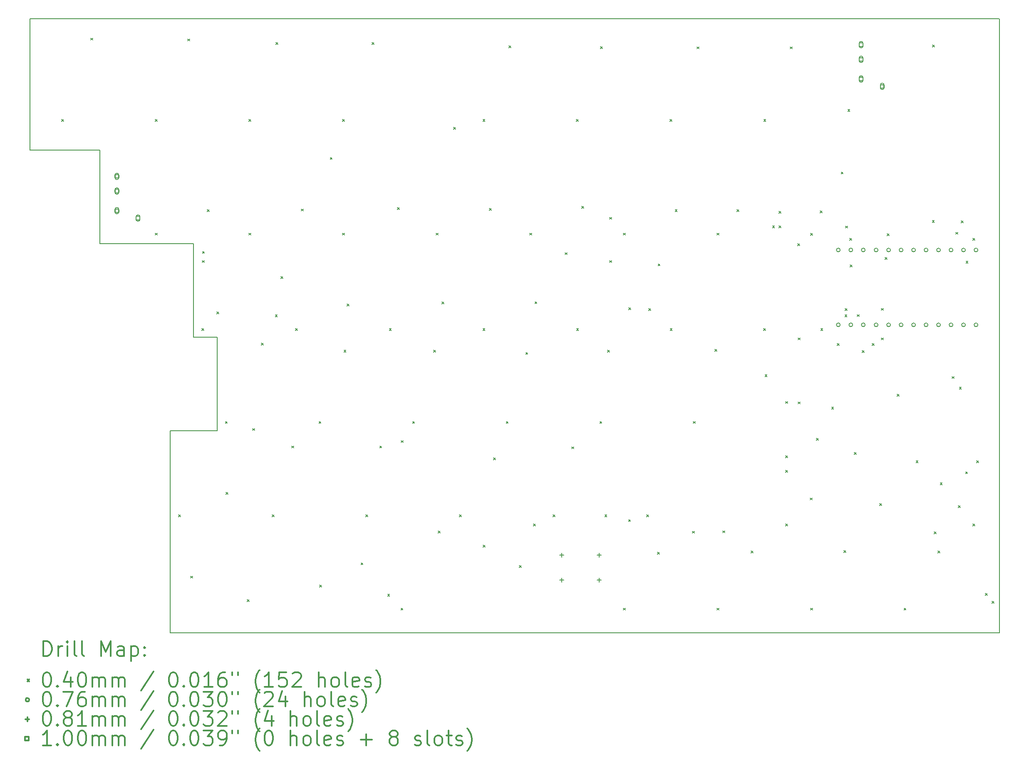
<source format=gbr>
%FSLAX45Y45*%
G04 Gerber Fmt 4.5, Leading zero omitted, Abs format (unit mm)*
G04 Created by KiCad (PCBNEW (5.0.2)-1) date 2019/02/16 22:06:02*
%MOMM*%
%LPD*%
G01*
G04 APERTURE LIST*
%ADD10C,0.150000*%
%ADD11C,0.200000*%
%ADD12C,0.300000*%
G04 APERTURE END LIST*
D10*
X18942750Y-2597000D02*
X18942750Y-5278250D01*
D11*
X22276500Y-9088250D02*
X22752750Y-9088250D01*
D10*
X22276500Y-7183250D02*
X22276500Y-9088250D01*
D11*
X21800250Y-10993000D02*
X22752750Y-10993000D01*
X18942750Y-5278250D02*
X20371500Y-5278250D01*
X18942750Y-2597000D02*
X38668000Y-2597000D01*
D10*
X20371500Y-5278250D02*
X20371500Y-7183250D01*
D11*
X21800250Y-15102000D02*
X38670000Y-15102000D01*
D10*
X21800250Y-10993250D02*
X21800250Y-15103250D01*
X38670000Y-2597000D02*
X38670000Y-15102000D01*
X22752750Y-9088250D02*
X22752750Y-10993250D01*
D11*
X20371500Y-7183250D02*
X22276500Y-7183250D01*
D11*
X19589000Y-4647000D02*
X19629000Y-4687000D01*
X19629000Y-4647000D02*
X19589000Y-4687000D01*
X20181000Y-2995000D02*
X20221000Y-3035000D01*
X20221000Y-2995000D02*
X20181000Y-3035000D01*
X21494000Y-4647000D02*
X21534000Y-4687000D01*
X21534000Y-4647000D02*
X21494000Y-4687000D01*
X21494000Y-6966000D02*
X21534000Y-7006000D01*
X21534000Y-6966000D02*
X21494000Y-7006000D01*
X21967000Y-12702000D02*
X22007000Y-12742000D01*
X22007000Y-12702000D02*
X21967000Y-12742000D01*
X22155000Y-3012000D02*
X22195000Y-3052000D01*
X22195000Y-3012000D02*
X22155000Y-3052000D01*
X22213000Y-13951000D02*
X22253000Y-13991000D01*
X22253000Y-13951000D02*
X22213000Y-13991000D01*
X22446000Y-8907000D02*
X22486000Y-8947000D01*
X22486000Y-8907000D02*
X22446000Y-8947000D01*
X22453000Y-7524000D02*
X22493000Y-7564000D01*
X22493000Y-7524000D02*
X22453000Y-7564000D01*
X22457000Y-7337000D02*
X22497000Y-7377000D01*
X22497000Y-7337000D02*
X22457000Y-7377000D01*
X22553000Y-6485000D02*
X22593000Y-6525000D01*
X22593000Y-6485000D02*
X22553000Y-6525000D01*
X22746000Y-8570000D02*
X22786000Y-8610000D01*
X22786000Y-8570000D02*
X22746000Y-8610000D01*
X22923000Y-10801000D02*
X22963000Y-10841000D01*
X22963000Y-10801000D02*
X22923000Y-10841000D01*
X22935000Y-12247000D02*
X22975000Y-12287000D01*
X22975000Y-12247000D02*
X22935000Y-12287000D01*
X23369000Y-14431000D02*
X23409000Y-14471000D01*
X23409000Y-14431000D02*
X23369000Y-14471000D01*
X23399000Y-4647000D02*
X23439000Y-4687000D01*
X23439000Y-4647000D02*
X23399000Y-4687000D01*
X23399000Y-6966000D02*
X23439000Y-7006000D01*
X23439000Y-6966000D02*
X23399000Y-7006000D01*
X23479000Y-10945000D02*
X23519000Y-10985000D01*
X23519000Y-10945000D02*
X23479000Y-10985000D01*
X23652000Y-9202000D02*
X23692000Y-9242000D01*
X23692000Y-9202000D02*
X23652000Y-9242000D01*
X23875000Y-12702000D02*
X23915000Y-12742000D01*
X23915000Y-12702000D02*
X23875000Y-12742000D01*
X23937000Y-8628000D02*
X23977000Y-8668000D01*
X23977000Y-8628000D02*
X23937000Y-8668000D01*
X23952000Y-3082000D02*
X23992000Y-3122000D01*
X23992000Y-3082000D02*
X23952000Y-3122000D01*
X24050000Y-7852000D02*
X24090000Y-7892000D01*
X24090000Y-7852000D02*
X24050000Y-7892000D01*
X24272000Y-11300000D02*
X24312000Y-11340000D01*
X24312000Y-11300000D02*
X24272000Y-11340000D01*
X24350000Y-8907000D02*
X24390000Y-8947000D01*
X24390000Y-8907000D02*
X24350000Y-8947000D01*
X24468000Y-6473000D02*
X24508000Y-6513000D01*
X24508000Y-6473000D02*
X24468000Y-6513000D01*
X24827000Y-10801000D02*
X24867000Y-10841000D01*
X24867000Y-10801000D02*
X24827000Y-10841000D01*
X24840000Y-14135000D02*
X24880000Y-14175000D01*
X24880000Y-14135000D02*
X24840000Y-14175000D01*
X25055000Y-5424000D02*
X25095000Y-5464000D01*
X25095000Y-5424000D02*
X25055000Y-5464000D01*
X25303000Y-4647000D02*
X25343000Y-4687000D01*
X25343000Y-4647000D02*
X25303000Y-4687000D01*
X25304000Y-6966000D02*
X25344000Y-7006000D01*
X25344000Y-6966000D02*
X25304000Y-7006000D01*
X25336000Y-9350000D02*
X25376000Y-9390000D01*
X25376000Y-9350000D02*
X25336000Y-9390000D01*
X25398000Y-8408000D02*
X25438000Y-8448000D01*
X25438000Y-8408000D02*
X25398000Y-8448000D01*
X25681000Y-13680000D02*
X25721000Y-13720000D01*
X25721000Y-13680000D02*
X25681000Y-13720000D01*
X25781000Y-12702000D02*
X25821000Y-12742000D01*
X25821000Y-12702000D02*
X25781000Y-12742000D01*
X25906000Y-3086000D02*
X25946000Y-3126000D01*
X25946000Y-3086000D02*
X25906000Y-3126000D01*
X26064000Y-11300000D02*
X26104000Y-11340000D01*
X26104000Y-11300000D02*
X26064000Y-11340000D01*
X26224000Y-14317000D02*
X26264000Y-14357000D01*
X26264000Y-14317000D02*
X26224000Y-14357000D01*
X26257000Y-8907000D02*
X26297000Y-8947000D01*
X26297000Y-8907000D02*
X26257000Y-8947000D01*
X26422000Y-6447000D02*
X26462000Y-6487000D01*
X26462000Y-6447000D02*
X26422000Y-6487000D01*
X26495000Y-14603000D02*
X26535000Y-14643000D01*
X26535000Y-14603000D02*
X26495000Y-14643000D01*
X26499000Y-11189000D02*
X26539000Y-11229000D01*
X26539000Y-11189000D02*
X26499000Y-11229000D01*
X26732000Y-10801000D02*
X26772000Y-10841000D01*
X26772000Y-10801000D02*
X26732000Y-10841000D01*
X27157000Y-9350000D02*
X27197000Y-9390000D01*
X27197000Y-9350000D02*
X27157000Y-9390000D01*
X27209000Y-6966000D02*
X27249000Y-7006000D01*
X27249000Y-6966000D02*
X27209000Y-7006000D01*
X27252000Y-13031000D02*
X27292000Y-13071000D01*
X27292000Y-13031000D02*
X27252000Y-13071000D01*
X27329000Y-8369000D02*
X27369000Y-8409000D01*
X27369000Y-8369000D02*
X27329000Y-8409000D01*
X27569000Y-4808000D02*
X27609000Y-4848000D01*
X27609000Y-4808000D02*
X27569000Y-4848000D01*
X27687000Y-12702000D02*
X27727000Y-12742000D01*
X27727000Y-12702000D02*
X27687000Y-12742000D01*
X28162000Y-4647000D02*
X28202000Y-4687000D01*
X28202000Y-4647000D02*
X28162000Y-4687000D01*
X28162000Y-8907000D02*
X28202000Y-8947000D01*
X28202000Y-8907000D02*
X28162000Y-8947000D01*
X28169000Y-13321000D02*
X28209000Y-13361000D01*
X28209000Y-13321000D02*
X28169000Y-13361000D01*
X28297000Y-6464000D02*
X28337000Y-6504000D01*
X28337000Y-6464000D02*
X28297000Y-6504000D01*
X28380000Y-11544000D02*
X28420000Y-11584000D01*
X28420000Y-11544000D02*
X28380000Y-11584000D01*
X28636000Y-10801000D02*
X28676000Y-10841000D01*
X28676000Y-10801000D02*
X28636000Y-10841000D01*
X28690000Y-3151000D02*
X28730000Y-3191000D01*
X28730000Y-3151000D02*
X28690000Y-3191000D01*
X28905000Y-13737000D02*
X28945000Y-13777000D01*
X28945000Y-13737000D02*
X28905000Y-13777000D01*
X29035000Y-9396000D02*
X29075000Y-9436000D01*
X29075000Y-9396000D02*
X29035000Y-9436000D01*
X29114000Y-6966000D02*
X29154000Y-7006000D01*
X29154000Y-6966000D02*
X29114000Y-7006000D01*
X29191000Y-12885000D02*
X29231000Y-12925000D01*
X29231000Y-12885000D02*
X29191000Y-12925000D01*
X29222000Y-8363000D02*
X29262000Y-8403000D01*
X29262000Y-8363000D02*
X29222000Y-8403000D01*
X29589000Y-12702000D02*
X29629000Y-12742000D01*
X29629000Y-12702000D02*
X29589000Y-12742000D01*
X29836000Y-7363000D02*
X29876000Y-7403000D01*
X29876000Y-7363000D02*
X29836000Y-7403000D01*
X29971000Y-11317000D02*
X30011000Y-11357000D01*
X30011000Y-11317000D02*
X29971000Y-11357000D01*
X30066000Y-4647000D02*
X30106000Y-4687000D01*
X30106000Y-4647000D02*
X30066000Y-4687000D01*
X30067000Y-8907000D02*
X30107000Y-8947000D01*
X30107000Y-8907000D02*
X30067000Y-8947000D01*
X30173000Y-6421000D02*
X30213000Y-6461000D01*
X30213000Y-6421000D02*
X30173000Y-6461000D01*
X30543000Y-10801000D02*
X30583000Y-10841000D01*
X30583000Y-10801000D02*
X30543000Y-10841000D01*
X30554000Y-3169000D02*
X30594000Y-3209000D01*
X30594000Y-3169000D02*
X30554000Y-3209000D01*
X30643000Y-12702000D02*
X30683000Y-12742000D01*
X30683000Y-12702000D02*
X30643000Y-12742000D01*
X30697000Y-9350000D02*
X30737000Y-9390000D01*
X30737000Y-9350000D02*
X30697000Y-9390000D01*
X30738000Y-6644000D02*
X30778000Y-6684000D01*
X30778000Y-6644000D02*
X30738000Y-6684000D01*
X30743000Y-7523000D02*
X30783000Y-7563000D01*
X30783000Y-7523000D02*
X30743000Y-7563000D01*
X31018000Y-14603000D02*
X31058000Y-14643000D01*
X31058000Y-14603000D02*
X31018000Y-14643000D01*
X31019000Y-6966000D02*
X31059000Y-7006000D01*
X31059000Y-6966000D02*
X31019000Y-7006000D01*
X31127000Y-12799000D02*
X31167000Y-12839000D01*
X31167000Y-12799000D02*
X31127000Y-12839000D01*
X31132000Y-8487000D02*
X31172000Y-8527000D01*
X31172000Y-8487000D02*
X31132000Y-8527000D01*
X31494000Y-12702000D02*
X31534000Y-12742000D01*
X31534000Y-12702000D02*
X31494000Y-12742000D01*
X31535000Y-8499000D02*
X31575000Y-8539000D01*
X31575000Y-8499000D02*
X31535000Y-8539000D01*
X31714000Y-13464000D02*
X31754000Y-13504000D01*
X31754000Y-13464000D02*
X31714000Y-13504000D01*
X31727000Y-7592000D02*
X31767000Y-7632000D01*
X31767000Y-7592000D02*
X31727000Y-7632000D01*
X31971000Y-4647000D02*
X32011000Y-4687000D01*
X32011000Y-4647000D02*
X31971000Y-4687000D01*
X31972000Y-8907000D02*
X32012000Y-8947000D01*
X32012000Y-8907000D02*
X31972000Y-8947000D01*
X32074000Y-6484000D02*
X32114000Y-6524000D01*
X32114000Y-6484000D02*
X32074000Y-6524000D01*
X32423000Y-13036000D02*
X32463000Y-13076000D01*
X32463000Y-13036000D02*
X32423000Y-13076000D01*
X32441000Y-10801000D02*
X32481000Y-10841000D01*
X32481000Y-10801000D02*
X32441000Y-10841000D01*
X32521000Y-3173000D02*
X32561000Y-3213000D01*
X32561000Y-3173000D02*
X32521000Y-3213000D01*
X32883000Y-9331000D02*
X32923000Y-9371000D01*
X32923000Y-9331000D02*
X32883000Y-9371000D01*
X32923000Y-14603000D02*
X32963000Y-14643000D01*
X32963000Y-14603000D02*
X32923000Y-14643000D01*
X32924000Y-6966000D02*
X32964000Y-7006000D01*
X32964000Y-6966000D02*
X32924000Y-7006000D01*
X33043000Y-13028000D02*
X33083000Y-13068000D01*
X33083000Y-13028000D02*
X33043000Y-13068000D01*
X33333000Y-6484000D02*
X33373000Y-6524000D01*
X33373000Y-6484000D02*
X33333000Y-6524000D01*
X33617000Y-13437000D02*
X33657000Y-13477000D01*
X33657000Y-13437000D02*
X33617000Y-13477000D01*
X33876000Y-8907000D02*
X33916000Y-8947000D01*
X33916000Y-8907000D02*
X33876000Y-8947000D01*
X33877000Y-4647000D02*
X33917000Y-4687000D01*
X33917000Y-4647000D02*
X33877000Y-4687000D01*
X33904000Y-9849000D02*
X33944000Y-9889000D01*
X33944000Y-9849000D02*
X33904000Y-9889000D01*
X34055000Y-6818000D02*
X34095000Y-6858000D01*
X34095000Y-6818000D02*
X34055000Y-6858000D01*
X34186000Y-6523000D02*
X34226000Y-6563000D01*
X34226000Y-6523000D02*
X34186000Y-6563000D01*
X34186000Y-6818000D02*
X34226000Y-6858000D01*
X34226000Y-6818000D02*
X34186000Y-6858000D01*
X34321000Y-10393000D02*
X34361000Y-10433000D01*
X34361000Y-10393000D02*
X34321000Y-10433000D01*
X34323000Y-11498000D02*
X34363000Y-11538000D01*
X34363000Y-11498000D02*
X34323000Y-11538000D01*
X34323000Y-11793000D02*
X34363000Y-11833000D01*
X34363000Y-11793000D02*
X34323000Y-11833000D01*
X34324000Y-12885000D02*
X34364000Y-12925000D01*
X34364000Y-12885000D02*
X34324000Y-12925000D01*
X34416000Y-3173000D02*
X34456000Y-3213000D01*
X34456000Y-3173000D02*
X34416000Y-3213000D01*
X34565000Y-7182000D02*
X34605000Y-7222000D01*
X34605000Y-7182000D02*
X34565000Y-7222000D01*
X34578000Y-9099000D02*
X34618000Y-9139000D01*
X34618000Y-9099000D02*
X34578000Y-9139000D01*
X34578000Y-10403000D02*
X34618000Y-10443000D01*
X34618000Y-10403000D02*
X34578000Y-10443000D01*
X34820000Y-12359000D02*
X34860000Y-12399000D01*
X34860000Y-12359000D02*
X34820000Y-12399000D01*
X34829000Y-6969000D02*
X34869000Y-7009000D01*
X34869000Y-6969000D02*
X34829000Y-7009000D01*
X34829000Y-14603000D02*
X34869000Y-14643000D01*
X34869000Y-14603000D02*
X34829000Y-14643000D01*
X34946000Y-11142000D02*
X34986000Y-11182000D01*
X34986000Y-11142000D02*
X34946000Y-11182000D01*
X35024000Y-6515000D02*
X35064000Y-6555000D01*
X35064000Y-6515000D02*
X35024000Y-6555000D01*
X35038000Y-8907000D02*
X35078000Y-8947000D01*
X35078000Y-8907000D02*
X35038000Y-8947000D01*
X35259000Y-10507000D02*
X35299000Y-10547000D01*
X35299000Y-10507000D02*
X35259000Y-10547000D01*
X35373000Y-9211000D02*
X35413000Y-9251000D01*
X35413000Y-9211000D02*
X35373000Y-9251000D01*
X35452000Y-5721000D02*
X35492000Y-5761000D01*
X35492000Y-5721000D02*
X35452000Y-5761000D01*
X35509000Y-13431000D02*
X35549000Y-13471000D01*
X35549000Y-13431000D02*
X35509000Y-13471000D01*
X35528000Y-8628000D02*
X35568000Y-8668000D01*
X35568000Y-8628000D02*
X35528000Y-8668000D01*
X35533000Y-8499000D02*
X35573000Y-8539000D01*
X35573000Y-8499000D02*
X35533000Y-8539000D01*
X35542000Y-6820000D02*
X35582000Y-6860000D01*
X35582000Y-6820000D02*
X35542000Y-6860000D01*
X35589000Y-4445000D02*
X35629000Y-4485000D01*
X35629000Y-4445000D02*
X35589000Y-4485000D01*
X35628000Y-7072000D02*
X35668000Y-7112000D01*
X35668000Y-7072000D02*
X35628000Y-7112000D01*
X35633000Y-7611000D02*
X35673000Y-7651000D01*
X35673000Y-7611000D02*
X35633000Y-7651000D01*
X35717000Y-11429000D02*
X35757000Y-11469000D01*
X35757000Y-11429000D02*
X35717000Y-11469000D01*
X35777000Y-8625000D02*
X35817000Y-8665000D01*
X35817000Y-8625000D02*
X35777000Y-8665000D01*
X35881000Y-9354000D02*
X35921000Y-9394000D01*
X35921000Y-9354000D02*
X35881000Y-9394000D01*
X36082000Y-9215000D02*
X36122000Y-9255000D01*
X36122000Y-9215000D02*
X36082000Y-9255000D01*
X36233000Y-12471000D02*
X36273000Y-12511000D01*
X36273000Y-12471000D02*
X36233000Y-12511000D01*
X36270000Y-8497000D02*
X36310000Y-8537000D01*
X36310000Y-8497000D02*
X36270000Y-8537000D01*
X36270000Y-9099000D02*
X36310000Y-9139000D01*
X36310000Y-9099000D02*
X36270000Y-9139000D01*
X36343000Y-7463000D02*
X36383000Y-7503000D01*
X36383000Y-7463000D02*
X36343000Y-7503000D01*
X36391000Y-6976000D02*
X36431000Y-7016000D01*
X36431000Y-6976000D02*
X36391000Y-7016000D01*
X36592000Y-10245000D02*
X36632000Y-10285000D01*
X36632000Y-10245000D02*
X36592000Y-10285000D01*
X36732000Y-14603000D02*
X36772000Y-14643000D01*
X36772000Y-14603000D02*
X36732000Y-14643000D01*
X36977000Y-11603000D02*
X37017000Y-11643000D01*
X37017000Y-11603000D02*
X36977000Y-11643000D01*
X37307000Y-6704000D02*
X37347000Y-6744000D01*
X37347000Y-6704000D02*
X37307000Y-6744000D01*
X37312000Y-3135000D02*
X37352000Y-3175000D01*
X37352000Y-3135000D02*
X37312000Y-3175000D01*
X37346000Y-13051000D02*
X37386000Y-13091000D01*
X37386000Y-13051000D02*
X37346000Y-13091000D01*
X37423000Y-13438000D02*
X37463000Y-13478000D01*
X37463000Y-13438000D02*
X37423000Y-13478000D01*
X37468000Y-12048000D02*
X37508000Y-12088000D01*
X37508000Y-12048000D02*
X37468000Y-12088000D01*
X37706000Y-9886000D02*
X37746000Y-9926000D01*
X37746000Y-9886000D02*
X37706000Y-9926000D01*
X37788000Y-6948000D02*
X37828000Y-6988000D01*
X37828000Y-6948000D02*
X37788000Y-6988000D01*
X37835000Y-12517000D02*
X37875000Y-12557000D01*
X37875000Y-12517000D02*
X37835000Y-12557000D01*
X37857000Y-10101000D02*
X37897000Y-10141000D01*
X37897000Y-10101000D02*
X37857000Y-10141000D01*
X37897000Y-6714000D02*
X37937000Y-6754000D01*
X37937000Y-6714000D02*
X37897000Y-6754000D01*
X37985000Y-11824000D02*
X38025000Y-11864000D01*
X38025000Y-11824000D02*
X37985000Y-11864000D01*
X37993280Y-7533500D02*
X38033280Y-7573500D01*
X38033280Y-7533500D02*
X37993280Y-7573500D01*
X38130000Y-7070000D02*
X38170000Y-7110000D01*
X38170000Y-7070000D02*
X38130000Y-7110000D01*
X38130000Y-12885000D02*
X38170000Y-12925000D01*
X38170000Y-12885000D02*
X38130000Y-12925000D01*
X38206000Y-11603000D02*
X38246000Y-11643000D01*
X38246000Y-11603000D02*
X38206000Y-11643000D01*
X38387000Y-14302000D02*
X38427000Y-14342000D01*
X38427000Y-14302000D02*
X38387000Y-14342000D01*
X38523000Y-14464000D02*
X38563000Y-14504000D01*
X38563000Y-14464000D02*
X38523000Y-14504000D01*
X35432100Y-7309000D02*
G75*
G03X35432100Y-7309000I-38100J0D01*
G01*
X35432100Y-8833000D02*
G75*
G03X35432100Y-8833000I-38100J0D01*
G01*
X35686100Y-7309000D02*
G75*
G03X35686100Y-7309000I-38100J0D01*
G01*
X35686100Y-8833000D02*
G75*
G03X35686100Y-8833000I-38100J0D01*
G01*
X35940100Y-7309000D02*
G75*
G03X35940100Y-7309000I-38100J0D01*
G01*
X35940100Y-8833000D02*
G75*
G03X35940100Y-8833000I-38100J0D01*
G01*
X36201100Y-7309000D02*
G75*
G03X36201100Y-7309000I-38100J0D01*
G01*
X36201100Y-8833000D02*
G75*
G03X36201100Y-8833000I-38100J0D01*
G01*
X36455100Y-7309000D02*
G75*
G03X36455100Y-7309000I-38100J0D01*
G01*
X36455100Y-8833000D02*
G75*
G03X36455100Y-8833000I-38100J0D01*
G01*
X36709100Y-7309000D02*
G75*
G03X36709100Y-7309000I-38100J0D01*
G01*
X36709100Y-8833000D02*
G75*
G03X36709100Y-8833000I-38100J0D01*
G01*
X36963100Y-7309000D02*
G75*
G03X36963100Y-7309000I-38100J0D01*
G01*
X36963100Y-8833000D02*
G75*
G03X36963100Y-8833000I-38100J0D01*
G01*
X37217100Y-7309000D02*
G75*
G03X37217100Y-7309000I-38100J0D01*
G01*
X37217100Y-8833000D02*
G75*
G03X37217100Y-8833000I-38100J0D01*
G01*
X37471100Y-7309000D02*
G75*
G03X37471100Y-7309000I-38100J0D01*
G01*
X37471100Y-8833000D02*
G75*
G03X37471100Y-8833000I-38100J0D01*
G01*
X37725100Y-7309000D02*
G75*
G03X37725100Y-7309000I-38100J0D01*
G01*
X37725100Y-8833000D02*
G75*
G03X37725100Y-8833000I-38100J0D01*
G01*
X37979100Y-7309000D02*
G75*
G03X37979100Y-7309000I-38100J0D01*
G01*
X37979100Y-8833000D02*
G75*
G03X37979100Y-8833000I-38100J0D01*
G01*
X38233100Y-7309000D02*
G75*
G03X38233100Y-7309000I-38100J0D01*
G01*
X38233100Y-8833000D02*
G75*
G03X38233100Y-8833000I-38100J0D01*
G01*
X29766000Y-13480360D02*
X29766000Y-13561640D01*
X29725360Y-13521000D02*
X29806640Y-13521000D01*
X29766000Y-13988360D02*
X29766000Y-14069640D01*
X29725360Y-14029000D02*
X29806640Y-14029000D01*
X30528000Y-13480360D02*
X30528000Y-13561640D01*
X30487360Y-13521000D02*
X30568640Y-13521000D01*
X30528000Y-13988360D02*
X30528000Y-14069640D01*
X30487360Y-14029000D02*
X30568640Y-14029000D01*
X35893356Y-3162356D02*
X35893356Y-3091644D01*
X35822644Y-3091644D01*
X35822644Y-3162356D01*
X35893356Y-3162356D01*
X35818000Y-3102000D02*
X35818000Y-3152000D01*
X35898000Y-3102000D02*
X35898000Y-3152000D01*
X35818000Y-3152000D02*
G75*
G03X35898000Y-3152000I40000J0D01*
G01*
X35898000Y-3102000D02*
G75*
G03X35818000Y-3102000I-40000J0D01*
G01*
X35893356Y-3462356D02*
X35893356Y-3391644D01*
X35822644Y-3391644D01*
X35822644Y-3462356D01*
X35893356Y-3462356D01*
X35818000Y-3402000D02*
X35818000Y-3452000D01*
X35898000Y-3402000D02*
X35898000Y-3452000D01*
X35818000Y-3452000D02*
G75*
G03X35898000Y-3452000I40000J0D01*
G01*
X35898000Y-3402000D02*
G75*
G03X35818000Y-3402000I-40000J0D01*
G01*
X35893356Y-3862356D02*
X35893356Y-3791644D01*
X35822644Y-3791644D01*
X35822644Y-3862356D01*
X35893356Y-3862356D01*
X35818000Y-3802000D02*
X35818000Y-3852000D01*
X35898000Y-3802000D02*
X35898000Y-3852000D01*
X35818000Y-3852000D02*
G75*
G03X35898000Y-3852000I40000J0D01*
G01*
X35898000Y-3802000D02*
G75*
G03X35818000Y-3802000I-40000J0D01*
G01*
X36323356Y-4012356D02*
X36323356Y-3941644D01*
X36252644Y-3941644D01*
X36252644Y-4012356D01*
X36323356Y-4012356D01*
X36248000Y-3952000D02*
X36248000Y-4002000D01*
X36328000Y-3952000D02*
X36328000Y-4002000D01*
X36248000Y-4002000D02*
G75*
G03X36328000Y-4002000I40000J0D01*
G01*
X36328000Y-3952000D02*
G75*
G03X36248000Y-3952000I-40000J0D01*
G01*
X20749356Y-5844356D02*
X20749356Y-5773644D01*
X20678644Y-5773644D01*
X20678644Y-5844356D01*
X20749356Y-5844356D01*
X20674000Y-5784000D02*
X20674000Y-5834000D01*
X20754000Y-5784000D02*
X20754000Y-5834000D01*
X20674000Y-5834000D02*
G75*
G03X20754000Y-5834000I40000J0D01*
G01*
X20754000Y-5784000D02*
G75*
G03X20674000Y-5784000I-40000J0D01*
G01*
X20749356Y-6144356D02*
X20749356Y-6073644D01*
X20678644Y-6073644D01*
X20678644Y-6144356D01*
X20749356Y-6144356D01*
X20674000Y-6084000D02*
X20674000Y-6134000D01*
X20754000Y-6084000D02*
X20754000Y-6134000D01*
X20674000Y-6134000D02*
G75*
G03X20754000Y-6134000I40000J0D01*
G01*
X20754000Y-6084000D02*
G75*
G03X20674000Y-6084000I-40000J0D01*
G01*
X20749356Y-6544356D02*
X20749356Y-6473644D01*
X20678644Y-6473644D01*
X20678644Y-6544356D01*
X20749356Y-6544356D01*
X20674000Y-6484000D02*
X20674000Y-6534000D01*
X20754000Y-6484000D02*
X20754000Y-6534000D01*
X20674000Y-6534000D02*
G75*
G03X20754000Y-6534000I40000J0D01*
G01*
X20754000Y-6484000D02*
G75*
G03X20674000Y-6484000I-40000J0D01*
G01*
X21179356Y-6694356D02*
X21179356Y-6623644D01*
X21108644Y-6623644D01*
X21108644Y-6694356D01*
X21179356Y-6694356D01*
X21104000Y-6634000D02*
X21104000Y-6684000D01*
X21184000Y-6634000D02*
X21184000Y-6684000D01*
X21104000Y-6684000D02*
G75*
G03X21184000Y-6684000I40000J0D01*
G01*
X21184000Y-6634000D02*
G75*
G03X21104000Y-6634000I-40000J0D01*
G01*
D12*
X19219178Y-15577714D02*
X19219178Y-15277714D01*
X19290607Y-15277714D01*
X19333464Y-15292000D01*
X19362036Y-15320571D01*
X19376321Y-15349143D01*
X19390607Y-15406286D01*
X19390607Y-15449143D01*
X19376321Y-15506286D01*
X19362036Y-15534857D01*
X19333464Y-15563429D01*
X19290607Y-15577714D01*
X19219178Y-15577714D01*
X19519178Y-15577714D02*
X19519178Y-15377714D01*
X19519178Y-15434857D02*
X19533464Y-15406286D01*
X19547750Y-15392000D01*
X19576321Y-15377714D01*
X19604893Y-15377714D01*
X19704893Y-15577714D02*
X19704893Y-15377714D01*
X19704893Y-15277714D02*
X19690607Y-15292000D01*
X19704893Y-15306286D01*
X19719178Y-15292000D01*
X19704893Y-15277714D01*
X19704893Y-15306286D01*
X19890607Y-15577714D02*
X19862036Y-15563429D01*
X19847750Y-15534857D01*
X19847750Y-15277714D01*
X20047750Y-15577714D02*
X20019178Y-15563429D01*
X20004893Y-15534857D01*
X20004893Y-15277714D01*
X20390607Y-15577714D02*
X20390607Y-15277714D01*
X20490607Y-15492000D01*
X20590607Y-15277714D01*
X20590607Y-15577714D01*
X20862036Y-15577714D02*
X20862036Y-15420571D01*
X20847750Y-15392000D01*
X20819178Y-15377714D01*
X20762036Y-15377714D01*
X20733464Y-15392000D01*
X20862036Y-15563429D02*
X20833464Y-15577714D01*
X20762036Y-15577714D01*
X20733464Y-15563429D01*
X20719178Y-15534857D01*
X20719178Y-15506286D01*
X20733464Y-15477714D01*
X20762036Y-15463429D01*
X20833464Y-15463429D01*
X20862036Y-15449143D01*
X21004893Y-15377714D02*
X21004893Y-15677714D01*
X21004893Y-15392000D02*
X21033464Y-15377714D01*
X21090607Y-15377714D01*
X21119178Y-15392000D01*
X21133464Y-15406286D01*
X21147750Y-15434857D01*
X21147750Y-15520571D01*
X21133464Y-15549143D01*
X21119178Y-15563429D01*
X21090607Y-15577714D01*
X21033464Y-15577714D01*
X21004893Y-15563429D01*
X21276321Y-15549143D02*
X21290607Y-15563429D01*
X21276321Y-15577714D01*
X21262036Y-15563429D01*
X21276321Y-15549143D01*
X21276321Y-15577714D01*
X21276321Y-15392000D02*
X21290607Y-15406286D01*
X21276321Y-15420571D01*
X21262036Y-15406286D01*
X21276321Y-15392000D01*
X21276321Y-15420571D01*
X18892750Y-16052000D02*
X18932750Y-16092000D01*
X18932750Y-16052000D02*
X18892750Y-16092000D01*
X19276321Y-15907714D02*
X19304893Y-15907714D01*
X19333464Y-15922000D01*
X19347750Y-15936286D01*
X19362036Y-15964857D01*
X19376321Y-16022000D01*
X19376321Y-16093429D01*
X19362036Y-16150571D01*
X19347750Y-16179143D01*
X19333464Y-16193429D01*
X19304893Y-16207714D01*
X19276321Y-16207714D01*
X19247750Y-16193429D01*
X19233464Y-16179143D01*
X19219178Y-16150571D01*
X19204893Y-16093429D01*
X19204893Y-16022000D01*
X19219178Y-15964857D01*
X19233464Y-15936286D01*
X19247750Y-15922000D01*
X19276321Y-15907714D01*
X19504893Y-16179143D02*
X19519178Y-16193429D01*
X19504893Y-16207714D01*
X19490607Y-16193429D01*
X19504893Y-16179143D01*
X19504893Y-16207714D01*
X19776321Y-16007714D02*
X19776321Y-16207714D01*
X19704893Y-15893429D02*
X19633464Y-16107714D01*
X19819178Y-16107714D01*
X19990607Y-15907714D02*
X20019178Y-15907714D01*
X20047750Y-15922000D01*
X20062036Y-15936286D01*
X20076321Y-15964857D01*
X20090607Y-16022000D01*
X20090607Y-16093429D01*
X20076321Y-16150571D01*
X20062036Y-16179143D01*
X20047750Y-16193429D01*
X20019178Y-16207714D01*
X19990607Y-16207714D01*
X19962036Y-16193429D01*
X19947750Y-16179143D01*
X19933464Y-16150571D01*
X19919178Y-16093429D01*
X19919178Y-16022000D01*
X19933464Y-15964857D01*
X19947750Y-15936286D01*
X19962036Y-15922000D01*
X19990607Y-15907714D01*
X20219178Y-16207714D02*
X20219178Y-16007714D01*
X20219178Y-16036286D02*
X20233464Y-16022000D01*
X20262036Y-16007714D01*
X20304893Y-16007714D01*
X20333464Y-16022000D01*
X20347750Y-16050571D01*
X20347750Y-16207714D01*
X20347750Y-16050571D02*
X20362036Y-16022000D01*
X20390607Y-16007714D01*
X20433464Y-16007714D01*
X20462036Y-16022000D01*
X20476321Y-16050571D01*
X20476321Y-16207714D01*
X20619178Y-16207714D02*
X20619178Y-16007714D01*
X20619178Y-16036286D02*
X20633464Y-16022000D01*
X20662036Y-16007714D01*
X20704893Y-16007714D01*
X20733464Y-16022000D01*
X20747750Y-16050571D01*
X20747750Y-16207714D01*
X20747750Y-16050571D02*
X20762036Y-16022000D01*
X20790607Y-16007714D01*
X20833464Y-16007714D01*
X20862036Y-16022000D01*
X20876321Y-16050571D01*
X20876321Y-16207714D01*
X21462036Y-15893429D02*
X21204893Y-16279143D01*
X21847750Y-15907714D02*
X21876321Y-15907714D01*
X21904893Y-15922000D01*
X21919178Y-15936286D01*
X21933464Y-15964857D01*
X21947750Y-16022000D01*
X21947750Y-16093429D01*
X21933464Y-16150571D01*
X21919178Y-16179143D01*
X21904893Y-16193429D01*
X21876321Y-16207714D01*
X21847750Y-16207714D01*
X21819178Y-16193429D01*
X21804893Y-16179143D01*
X21790607Y-16150571D01*
X21776321Y-16093429D01*
X21776321Y-16022000D01*
X21790607Y-15964857D01*
X21804893Y-15936286D01*
X21819178Y-15922000D01*
X21847750Y-15907714D01*
X22076321Y-16179143D02*
X22090607Y-16193429D01*
X22076321Y-16207714D01*
X22062036Y-16193429D01*
X22076321Y-16179143D01*
X22076321Y-16207714D01*
X22276321Y-15907714D02*
X22304893Y-15907714D01*
X22333464Y-15922000D01*
X22347750Y-15936286D01*
X22362036Y-15964857D01*
X22376321Y-16022000D01*
X22376321Y-16093429D01*
X22362036Y-16150571D01*
X22347750Y-16179143D01*
X22333464Y-16193429D01*
X22304893Y-16207714D01*
X22276321Y-16207714D01*
X22247750Y-16193429D01*
X22233464Y-16179143D01*
X22219178Y-16150571D01*
X22204893Y-16093429D01*
X22204893Y-16022000D01*
X22219178Y-15964857D01*
X22233464Y-15936286D01*
X22247750Y-15922000D01*
X22276321Y-15907714D01*
X22662036Y-16207714D02*
X22490607Y-16207714D01*
X22576321Y-16207714D02*
X22576321Y-15907714D01*
X22547750Y-15950571D01*
X22519178Y-15979143D01*
X22490607Y-15993429D01*
X22919178Y-15907714D02*
X22862036Y-15907714D01*
X22833464Y-15922000D01*
X22819178Y-15936286D01*
X22790607Y-15979143D01*
X22776321Y-16036286D01*
X22776321Y-16150571D01*
X22790607Y-16179143D01*
X22804893Y-16193429D01*
X22833464Y-16207714D01*
X22890607Y-16207714D01*
X22919178Y-16193429D01*
X22933464Y-16179143D01*
X22947750Y-16150571D01*
X22947750Y-16079143D01*
X22933464Y-16050571D01*
X22919178Y-16036286D01*
X22890607Y-16022000D01*
X22833464Y-16022000D01*
X22804893Y-16036286D01*
X22790607Y-16050571D01*
X22776321Y-16079143D01*
X23062036Y-15907714D02*
X23062036Y-15964857D01*
X23176321Y-15907714D02*
X23176321Y-15964857D01*
X23619178Y-16322000D02*
X23604893Y-16307714D01*
X23576321Y-16264857D01*
X23562036Y-16236286D01*
X23547750Y-16193429D01*
X23533464Y-16122000D01*
X23533464Y-16064857D01*
X23547750Y-15993429D01*
X23562036Y-15950571D01*
X23576321Y-15922000D01*
X23604893Y-15879143D01*
X23619178Y-15864857D01*
X23890607Y-16207714D02*
X23719178Y-16207714D01*
X23804893Y-16207714D02*
X23804893Y-15907714D01*
X23776321Y-15950571D01*
X23747750Y-15979143D01*
X23719178Y-15993429D01*
X24162036Y-15907714D02*
X24019178Y-15907714D01*
X24004893Y-16050571D01*
X24019178Y-16036286D01*
X24047750Y-16022000D01*
X24119178Y-16022000D01*
X24147750Y-16036286D01*
X24162036Y-16050571D01*
X24176321Y-16079143D01*
X24176321Y-16150571D01*
X24162036Y-16179143D01*
X24147750Y-16193429D01*
X24119178Y-16207714D01*
X24047750Y-16207714D01*
X24019178Y-16193429D01*
X24004893Y-16179143D01*
X24290607Y-15936286D02*
X24304893Y-15922000D01*
X24333464Y-15907714D01*
X24404893Y-15907714D01*
X24433464Y-15922000D01*
X24447750Y-15936286D01*
X24462036Y-15964857D01*
X24462036Y-15993429D01*
X24447750Y-16036286D01*
X24276321Y-16207714D01*
X24462036Y-16207714D01*
X24819178Y-16207714D02*
X24819178Y-15907714D01*
X24947750Y-16207714D02*
X24947750Y-16050571D01*
X24933464Y-16022000D01*
X24904893Y-16007714D01*
X24862036Y-16007714D01*
X24833464Y-16022000D01*
X24819178Y-16036286D01*
X25133464Y-16207714D02*
X25104893Y-16193429D01*
X25090607Y-16179143D01*
X25076321Y-16150571D01*
X25076321Y-16064857D01*
X25090607Y-16036286D01*
X25104893Y-16022000D01*
X25133464Y-16007714D01*
X25176321Y-16007714D01*
X25204893Y-16022000D01*
X25219178Y-16036286D01*
X25233464Y-16064857D01*
X25233464Y-16150571D01*
X25219178Y-16179143D01*
X25204893Y-16193429D01*
X25176321Y-16207714D01*
X25133464Y-16207714D01*
X25404893Y-16207714D02*
X25376321Y-16193429D01*
X25362036Y-16164857D01*
X25362036Y-15907714D01*
X25633464Y-16193429D02*
X25604893Y-16207714D01*
X25547750Y-16207714D01*
X25519178Y-16193429D01*
X25504893Y-16164857D01*
X25504893Y-16050571D01*
X25519178Y-16022000D01*
X25547750Y-16007714D01*
X25604893Y-16007714D01*
X25633464Y-16022000D01*
X25647750Y-16050571D01*
X25647750Y-16079143D01*
X25504893Y-16107714D01*
X25762036Y-16193429D02*
X25790607Y-16207714D01*
X25847750Y-16207714D01*
X25876321Y-16193429D01*
X25890607Y-16164857D01*
X25890607Y-16150571D01*
X25876321Y-16122000D01*
X25847750Y-16107714D01*
X25804893Y-16107714D01*
X25776321Y-16093429D01*
X25762036Y-16064857D01*
X25762036Y-16050571D01*
X25776321Y-16022000D01*
X25804893Y-16007714D01*
X25847750Y-16007714D01*
X25876321Y-16022000D01*
X25990607Y-16322000D02*
X26004893Y-16307714D01*
X26033464Y-16264857D01*
X26047750Y-16236286D01*
X26062036Y-16193429D01*
X26076321Y-16122000D01*
X26076321Y-16064857D01*
X26062036Y-15993429D01*
X26047750Y-15950571D01*
X26033464Y-15922000D01*
X26004893Y-15879143D01*
X25990607Y-15864857D01*
X18932750Y-16468000D02*
G75*
G03X18932750Y-16468000I-38100J0D01*
G01*
X19276321Y-16303714D02*
X19304893Y-16303714D01*
X19333464Y-16318000D01*
X19347750Y-16332286D01*
X19362036Y-16360857D01*
X19376321Y-16418000D01*
X19376321Y-16489429D01*
X19362036Y-16546571D01*
X19347750Y-16575143D01*
X19333464Y-16589429D01*
X19304893Y-16603714D01*
X19276321Y-16603714D01*
X19247750Y-16589429D01*
X19233464Y-16575143D01*
X19219178Y-16546571D01*
X19204893Y-16489429D01*
X19204893Y-16418000D01*
X19219178Y-16360857D01*
X19233464Y-16332286D01*
X19247750Y-16318000D01*
X19276321Y-16303714D01*
X19504893Y-16575143D02*
X19519178Y-16589429D01*
X19504893Y-16603714D01*
X19490607Y-16589429D01*
X19504893Y-16575143D01*
X19504893Y-16603714D01*
X19619178Y-16303714D02*
X19819178Y-16303714D01*
X19690607Y-16603714D01*
X20062036Y-16303714D02*
X20004893Y-16303714D01*
X19976321Y-16318000D01*
X19962036Y-16332286D01*
X19933464Y-16375143D01*
X19919178Y-16432286D01*
X19919178Y-16546571D01*
X19933464Y-16575143D01*
X19947750Y-16589429D01*
X19976321Y-16603714D01*
X20033464Y-16603714D01*
X20062036Y-16589429D01*
X20076321Y-16575143D01*
X20090607Y-16546571D01*
X20090607Y-16475143D01*
X20076321Y-16446571D01*
X20062036Y-16432286D01*
X20033464Y-16418000D01*
X19976321Y-16418000D01*
X19947750Y-16432286D01*
X19933464Y-16446571D01*
X19919178Y-16475143D01*
X20219178Y-16603714D02*
X20219178Y-16403714D01*
X20219178Y-16432286D02*
X20233464Y-16418000D01*
X20262036Y-16403714D01*
X20304893Y-16403714D01*
X20333464Y-16418000D01*
X20347750Y-16446571D01*
X20347750Y-16603714D01*
X20347750Y-16446571D02*
X20362036Y-16418000D01*
X20390607Y-16403714D01*
X20433464Y-16403714D01*
X20462036Y-16418000D01*
X20476321Y-16446571D01*
X20476321Y-16603714D01*
X20619178Y-16603714D02*
X20619178Y-16403714D01*
X20619178Y-16432286D02*
X20633464Y-16418000D01*
X20662036Y-16403714D01*
X20704893Y-16403714D01*
X20733464Y-16418000D01*
X20747750Y-16446571D01*
X20747750Y-16603714D01*
X20747750Y-16446571D02*
X20762036Y-16418000D01*
X20790607Y-16403714D01*
X20833464Y-16403714D01*
X20862036Y-16418000D01*
X20876321Y-16446571D01*
X20876321Y-16603714D01*
X21462036Y-16289429D02*
X21204893Y-16675143D01*
X21847750Y-16303714D02*
X21876321Y-16303714D01*
X21904893Y-16318000D01*
X21919178Y-16332286D01*
X21933464Y-16360857D01*
X21947750Y-16418000D01*
X21947750Y-16489429D01*
X21933464Y-16546571D01*
X21919178Y-16575143D01*
X21904893Y-16589429D01*
X21876321Y-16603714D01*
X21847750Y-16603714D01*
X21819178Y-16589429D01*
X21804893Y-16575143D01*
X21790607Y-16546571D01*
X21776321Y-16489429D01*
X21776321Y-16418000D01*
X21790607Y-16360857D01*
X21804893Y-16332286D01*
X21819178Y-16318000D01*
X21847750Y-16303714D01*
X22076321Y-16575143D02*
X22090607Y-16589429D01*
X22076321Y-16603714D01*
X22062036Y-16589429D01*
X22076321Y-16575143D01*
X22076321Y-16603714D01*
X22276321Y-16303714D02*
X22304893Y-16303714D01*
X22333464Y-16318000D01*
X22347750Y-16332286D01*
X22362036Y-16360857D01*
X22376321Y-16418000D01*
X22376321Y-16489429D01*
X22362036Y-16546571D01*
X22347750Y-16575143D01*
X22333464Y-16589429D01*
X22304893Y-16603714D01*
X22276321Y-16603714D01*
X22247750Y-16589429D01*
X22233464Y-16575143D01*
X22219178Y-16546571D01*
X22204893Y-16489429D01*
X22204893Y-16418000D01*
X22219178Y-16360857D01*
X22233464Y-16332286D01*
X22247750Y-16318000D01*
X22276321Y-16303714D01*
X22476321Y-16303714D02*
X22662036Y-16303714D01*
X22562036Y-16418000D01*
X22604893Y-16418000D01*
X22633464Y-16432286D01*
X22647750Y-16446571D01*
X22662036Y-16475143D01*
X22662036Y-16546571D01*
X22647750Y-16575143D01*
X22633464Y-16589429D01*
X22604893Y-16603714D01*
X22519178Y-16603714D01*
X22490607Y-16589429D01*
X22476321Y-16575143D01*
X22847750Y-16303714D02*
X22876321Y-16303714D01*
X22904893Y-16318000D01*
X22919178Y-16332286D01*
X22933464Y-16360857D01*
X22947750Y-16418000D01*
X22947750Y-16489429D01*
X22933464Y-16546571D01*
X22919178Y-16575143D01*
X22904893Y-16589429D01*
X22876321Y-16603714D01*
X22847750Y-16603714D01*
X22819178Y-16589429D01*
X22804893Y-16575143D01*
X22790607Y-16546571D01*
X22776321Y-16489429D01*
X22776321Y-16418000D01*
X22790607Y-16360857D01*
X22804893Y-16332286D01*
X22819178Y-16318000D01*
X22847750Y-16303714D01*
X23062036Y-16303714D02*
X23062036Y-16360857D01*
X23176321Y-16303714D02*
X23176321Y-16360857D01*
X23619178Y-16718000D02*
X23604893Y-16703714D01*
X23576321Y-16660857D01*
X23562036Y-16632286D01*
X23547750Y-16589429D01*
X23533464Y-16518000D01*
X23533464Y-16460857D01*
X23547750Y-16389429D01*
X23562036Y-16346571D01*
X23576321Y-16318000D01*
X23604893Y-16275143D01*
X23619178Y-16260857D01*
X23719178Y-16332286D02*
X23733464Y-16318000D01*
X23762036Y-16303714D01*
X23833464Y-16303714D01*
X23862036Y-16318000D01*
X23876321Y-16332286D01*
X23890607Y-16360857D01*
X23890607Y-16389429D01*
X23876321Y-16432286D01*
X23704893Y-16603714D01*
X23890607Y-16603714D01*
X24147750Y-16403714D02*
X24147750Y-16603714D01*
X24076321Y-16289429D02*
X24004893Y-16503714D01*
X24190607Y-16503714D01*
X24533464Y-16603714D02*
X24533464Y-16303714D01*
X24662036Y-16603714D02*
X24662036Y-16446571D01*
X24647750Y-16418000D01*
X24619178Y-16403714D01*
X24576321Y-16403714D01*
X24547750Y-16418000D01*
X24533464Y-16432286D01*
X24847750Y-16603714D02*
X24819178Y-16589429D01*
X24804893Y-16575143D01*
X24790607Y-16546571D01*
X24790607Y-16460857D01*
X24804893Y-16432286D01*
X24819178Y-16418000D01*
X24847750Y-16403714D01*
X24890607Y-16403714D01*
X24919178Y-16418000D01*
X24933464Y-16432286D01*
X24947750Y-16460857D01*
X24947750Y-16546571D01*
X24933464Y-16575143D01*
X24919178Y-16589429D01*
X24890607Y-16603714D01*
X24847750Y-16603714D01*
X25119178Y-16603714D02*
X25090607Y-16589429D01*
X25076321Y-16560857D01*
X25076321Y-16303714D01*
X25347750Y-16589429D02*
X25319178Y-16603714D01*
X25262036Y-16603714D01*
X25233464Y-16589429D01*
X25219178Y-16560857D01*
X25219178Y-16446571D01*
X25233464Y-16418000D01*
X25262036Y-16403714D01*
X25319178Y-16403714D01*
X25347750Y-16418000D01*
X25362036Y-16446571D01*
X25362036Y-16475143D01*
X25219178Y-16503714D01*
X25476321Y-16589429D02*
X25504893Y-16603714D01*
X25562036Y-16603714D01*
X25590607Y-16589429D01*
X25604893Y-16560857D01*
X25604893Y-16546571D01*
X25590607Y-16518000D01*
X25562036Y-16503714D01*
X25519178Y-16503714D01*
X25490607Y-16489429D01*
X25476321Y-16460857D01*
X25476321Y-16446571D01*
X25490607Y-16418000D01*
X25519178Y-16403714D01*
X25562036Y-16403714D01*
X25590607Y-16418000D01*
X25704893Y-16718000D02*
X25719178Y-16703714D01*
X25747750Y-16660857D01*
X25762036Y-16632286D01*
X25776321Y-16589429D01*
X25790607Y-16518000D01*
X25790607Y-16460857D01*
X25776321Y-16389429D01*
X25762036Y-16346571D01*
X25747750Y-16318000D01*
X25719178Y-16275143D01*
X25704893Y-16260857D01*
X18892110Y-16823360D02*
X18892110Y-16904640D01*
X18851470Y-16864000D02*
X18932750Y-16864000D01*
X19276321Y-16699714D02*
X19304893Y-16699714D01*
X19333464Y-16714000D01*
X19347750Y-16728286D01*
X19362036Y-16756857D01*
X19376321Y-16814000D01*
X19376321Y-16885429D01*
X19362036Y-16942572D01*
X19347750Y-16971143D01*
X19333464Y-16985429D01*
X19304893Y-16999714D01*
X19276321Y-16999714D01*
X19247750Y-16985429D01*
X19233464Y-16971143D01*
X19219178Y-16942572D01*
X19204893Y-16885429D01*
X19204893Y-16814000D01*
X19219178Y-16756857D01*
X19233464Y-16728286D01*
X19247750Y-16714000D01*
X19276321Y-16699714D01*
X19504893Y-16971143D02*
X19519178Y-16985429D01*
X19504893Y-16999714D01*
X19490607Y-16985429D01*
X19504893Y-16971143D01*
X19504893Y-16999714D01*
X19690607Y-16828286D02*
X19662036Y-16814000D01*
X19647750Y-16799714D01*
X19633464Y-16771143D01*
X19633464Y-16756857D01*
X19647750Y-16728286D01*
X19662036Y-16714000D01*
X19690607Y-16699714D01*
X19747750Y-16699714D01*
X19776321Y-16714000D01*
X19790607Y-16728286D01*
X19804893Y-16756857D01*
X19804893Y-16771143D01*
X19790607Y-16799714D01*
X19776321Y-16814000D01*
X19747750Y-16828286D01*
X19690607Y-16828286D01*
X19662036Y-16842572D01*
X19647750Y-16856857D01*
X19633464Y-16885429D01*
X19633464Y-16942572D01*
X19647750Y-16971143D01*
X19662036Y-16985429D01*
X19690607Y-16999714D01*
X19747750Y-16999714D01*
X19776321Y-16985429D01*
X19790607Y-16971143D01*
X19804893Y-16942572D01*
X19804893Y-16885429D01*
X19790607Y-16856857D01*
X19776321Y-16842572D01*
X19747750Y-16828286D01*
X20090607Y-16999714D02*
X19919178Y-16999714D01*
X20004893Y-16999714D02*
X20004893Y-16699714D01*
X19976321Y-16742571D01*
X19947750Y-16771143D01*
X19919178Y-16785429D01*
X20219178Y-16999714D02*
X20219178Y-16799714D01*
X20219178Y-16828286D02*
X20233464Y-16814000D01*
X20262036Y-16799714D01*
X20304893Y-16799714D01*
X20333464Y-16814000D01*
X20347750Y-16842572D01*
X20347750Y-16999714D01*
X20347750Y-16842572D02*
X20362036Y-16814000D01*
X20390607Y-16799714D01*
X20433464Y-16799714D01*
X20462036Y-16814000D01*
X20476321Y-16842572D01*
X20476321Y-16999714D01*
X20619178Y-16999714D02*
X20619178Y-16799714D01*
X20619178Y-16828286D02*
X20633464Y-16814000D01*
X20662036Y-16799714D01*
X20704893Y-16799714D01*
X20733464Y-16814000D01*
X20747750Y-16842572D01*
X20747750Y-16999714D01*
X20747750Y-16842572D02*
X20762036Y-16814000D01*
X20790607Y-16799714D01*
X20833464Y-16799714D01*
X20862036Y-16814000D01*
X20876321Y-16842572D01*
X20876321Y-16999714D01*
X21462036Y-16685429D02*
X21204893Y-17071143D01*
X21847750Y-16699714D02*
X21876321Y-16699714D01*
X21904893Y-16714000D01*
X21919178Y-16728286D01*
X21933464Y-16756857D01*
X21947750Y-16814000D01*
X21947750Y-16885429D01*
X21933464Y-16942572D01*
X21919178Y-16971143D01*
X21904893Y-16985429D01*
X21876321Y-16999714D01*
X21847750Y-16999714D01*
X21819178Y-16985429D01*
X21804893Y-16971143D01*
X21790607Y-16942572D01*
X21776321Y-16885429D01*
X21776321Y-16814000D01*
X21790607Y-16756857D01*
X21804893Y-16728286D01*
X21819178Y-16714000D01*
X21847750Y-16699714D01*
X22076321Y-16971143D02*
X22090607Y-16985429D01*
X22076321Y-16999714D01*
X22062036Y-16985429D01*
X22076321Y-16971143D01*
X22076321Y-16999714D01*
X22276321Y-16699714D02*
X22304893Y-16699714D01*
X22333464Y-16714000D01*
X22347750Y-16728286D01*
X22362036Y-16756857D01*
X22376321Y-16814000D01*
X22376321Y-16885429D01*
X22362036Y-16942572D01*
X22347750Y-16971143D01*
X22333464Y-16985429D01*
X22304893Y-16999714D01*
X22276321Y-16999714D01*
X22247750Y-16985429D01*
X22233464Y-16971143D01*
X22219178Y-16942572D01*
X22204893Y-16885429D01*
X22204893Y-16814000D01*
X22219178Y-16756857D01*
X22233464Y-16728286D01*
X22247750Y-16714000D01*
X22276321Y-16699714D01*
X22476321Y-16699714D02*
X22662036Y-16699714D01*
X22562036Y-16814000D01*
X22604893Y-16814000D01*
X22633464Y-16828286D01*
X22647750Y-16842572D01*
X22662036Y-16871143D01*
X22662036Y-16942572D01*
X22647750Y-16971143D01*
X22633464Y-16985429D01*
X22604893Y-16999714D01*
X22519178Y-16999714D01*
X22490607Y-16985429D01*
X22476321Y-16971143D01*
X22776321Y-16728286D02*
X22790607Y-16714000D01*
X22819178Y-16699714D01*
X22890607Y-16699714D01*
X22919178Y-16714000D01*
X22933464Y-16728286D01*
X22947750Y-16756857D01*
X22947750Y-16785429D01*
X22933464Y-16828286D01*
X22762036Y-16999714D01*
X22947750Y-16999714D01*
X23062036Y-16699714D02*
X23062036Y-16756857D01*
X23176321Y-16699714D02*
X23176321Y-16756857D01*
X23619178Y-17114000D02*
X23604893Y-17099714D01*
X23576321Y-17056857D01*
X23562036Y-17028286D01*
X23547750Y-16985429D01*
X23533464Y-16914000D01*
X23533464Y-16856857D01*
X23547750Y-16785429D01*
X23562036Y-16742571D01*
X23576321Y-16714000D01*
X23604893Y-16671143D01*
X23619178Y-16656857D01*
X23862036Y-16799714D02*
X23862036Y-16999714D01*
X23790607Y-16685429D02*
X23719178Y-16899714D01*
X23904893Y-16899714D01*
X24247750Y-16999714D02*
X24247750Y-16699714D01*
X24376321Y-16999714D02*
X24376321Y-16842572D01*
X24362036Y-16814000D01*
X24333464Y-16799714D01*
X24290607Y-16799714D01*
X24262036Y-16814000D01*
X24247750Y-16828286D01*
X24562036Y-16999714D02*
X24533464Y-16985429D01*
X24519178Y-16971143D01*
X24504893Y-16942572D01*
X24504893Y-16856857D01*
X24519178Y-16828286D01*
X24533464Y-16814000D01*
X24562036Y-16799714D01*
X24604893Y-16799714D01*
X24633464Y-16814000D01*
X24647750Y-16828286D01*
X24662036Y-16856857D01*
X24662036Y-16942572D01*
X24647750Y-16971143D01*
X24633464Y-16985429D01*
X24604893Y-16999714D01*
X24562036Y-16999714D01*
X24833464Y-16999714D02*
X24804893Y-16985429D01*
X24790607Y-16956857D01*
X24790607Y-16699714D01*
X25062036Y-16985429D02*
X25033464Y-16999714D01*
X24976321Y-16999714D01*
X24947750Y-16985429D01*
X24933464Y-16956857D01*
X24933464Y-16842572D01*
X24947750Y-16814000D01*
X24976321Y-16799714D01*
X25033464Y-16799714D01*
X25062036Y-16814000D01*
X25076321Y-16842572D01*
X25076321Y-16871143D01*
X24933464Y-16899714D01*
X25190607Y-16985429D02*
X25219178Y-16999714D01*
X25276321Y-16999714D01*
X25304893Y-16985429D01*
X25319178Y-16956857D01*
X25319178Y-16942572D01*
X25304893Y-16914000D01*
X25276321Y-16899714D01*
X25233464Y-16899714D01*
X25204893Y-16885429D01*
X25190607Y-16856857D01*
X25190607Y-16842572D01*
X25204893Y-16814000D01*
X25233464Y-16799714D01*
X25276321Y-16799714D01*
X25304893Y-16814000D01*
X25419178Y-17114000D02*
X25433464Y-17099714D01*
X25462036Y-17056857D01*
X25476321Y-17028286D01*
X25490607Y-16985429D01*
X25504893Y-16914000D01*
X25504893Y-16856857D01*
X25490607Y-16785429D01*
X25476321Y-16742571D01*
X25462036Y-16714000D01*
X25433464Y-16671143D01*
X25419178Y-16656857D01*
X18918106Y-17295356D02*
X18918106Y-17224644D01*
X18847394Y-17224644D01*
X18847394Y-17295356D01*
X18918106Y-17295356D01*
X19376321Y-17395714D02*
X19204893Y-17395714D01*
X19290607Y-17395714D02*
X19290607Y-17095714D01*
X19262036Y-17138572D01*
X19233464Y-17167143D01*
X19204893Y-17181429D01*
X19504893Y-17367143D02*
X19519178Y-17381429D01*
X19504893Y-17395714D01*
X19490607Y-17381429D01*
X19504893Y-17367143D01*
X19504893Y-17395714D01*
X19704893Y-17095714D02*
X19733464Y-17095714D01*
X19762036Y-17110000D01*
X19776321Y-17124286D01*
X19790607Y-17152857D01*
X19804893Y-17210000D01*
X19804893Y-17281429D01*
X19790607Y-17338572D01*
X19776321Y-17367143D01*
X19762036Y-17381429D01*
X19733464Y-17395714D01*
X19704893Y-17395714D01*
X19676321Y-17381429D01*
X19662036Y-17367143D01*
X19647750Y-17338572D01*
X19633464Y-17281429D01*
X19633464Y-17210000D01*
X19647750Y-17152857D01*
X19662036Y-17124286D01*
X19676321Y-17110000D01*
X19704893Y-17095714D01*
X19990607Y-17095714D02*
X20019178Y-17095714D01*
X20047750Y-17110000D01*
X20062036Y-17124286D01*
X20076321Y-17152857D01*
X20090607Y-17210000D01*
X20090607Y-17281429D01*
X20076321Y-17338572D01*
X20062036Y-17367143D01*
X20047750Y-17381429D01*
X20019178Y-17395714D01*
X19990607Y-17395714D01*
X19962036Y-17381429D01*
X19947750Y-17367143D01*
X19933464Y-17338572D01*
X19919178Y-17281429D01*
X19919178Y-17210000D01*
X19933464Y-17152857D01*
X19947750Y-17124286D01*
X19962036Y-17110000D01*
X19990607Y-17095714D01*
X20219178Y-17395714D02*
X20219178Y-17195714D01*
X20219178Y-17224286D02*
X20233464Y-17210000D01*
X20262036Y-17195714D01*
X20304893Y-17195714D01*
X20333464Y-17210000D01*
X20347750Y-17238572D01*
X20347750Y-17395714D01*
X20347750Y-17238572D02*
X20362036Y-17210000D01*
X20390607Y-17195714D01*
X20433464Y-17195714D01*
X20462036Y-17210000D01*
X20476321Y-17238572D01*
X20476321Y-17395714D01*
X20619178Y-17395714D02*
X20619178Y-17195714D01*
X20619178Y-17224286D02*
X20633464Y-17210000D01*
X20662036Y-17195714D01*
X20704893Y-17195714D01*
X20733464Y-17210000D01*
X20747750Y-17238572D01*
X20747750Y-17395714D01*
X20747750Y-17238572D02*
X20762036Y-17210000D01*
X20790607Y-17195714D01*
X20833464Y-17195714D01*
X20862036Y-17210000D01*
X20876321Y-17238572D01*
X20876321Y-17395714D01*
X21462036Y-17081429D02*
X21204893Y-17467143D01*
X21847750Y-17095714D02*
X21876321Y-17095714D01*
X21904893Y-17110000D01*
X21919178Y-17124286D01*
X21933464Y-17152857D01*
X21947750Y-17210000D01*
X21947750Y-17281429D01*
X21933464Y-17338572D01*
X21919178Y-17367143D01*
X21904893Y-17381429D01*
X21876321Y-17395714D01*
X21847750Y-17395714D01*
X21819178Y-17381429D01*
X21804893Y-17367143D01*
X21790607Y-17338572D01*
X21776321Y-17281429D01*
X21776321Y-17210000D01*
X21790607Y-17152857D01*
X21804893Y-17124286D01*
X21819178Y-17110000D01*
X21847750Y-17095714D01*
X22076321Y-17367143D02*
X22090607Y-17381429D01*
X22076321Y-17395714D01*
X22062036Y-17381429D01*
X22076321Y-17367143D01*
X22076321Y-17395714D01*
X22276321Y-17095714D02*
X22304893Y-17095714D01*
X22333464Y-17110000D01*
X22347750Y-17124286D01*
X22362036Y-17152857D01*
X22376321Y-17210000D01*
X22376321Y-17281429D01*
X22362036Y-17338572D01*
X22347750Y-17367143D01*
X22333464Y-17381429D01*
X22304893Y-17395714D01*
X22276321Y-17395714D01*
X22247750Y-17381429D01*
X22233464Y-17367143D01*
X22219178Y-17338572D01*
X22204893Y-17281429D01*
X22204893Y-17210000D01*
X22219178Y-17152857D01*
X22233464Y-17124286D01*
X22247750Y-17110000D01*
X22276321Y-17095714D01*
X22476321Y-17095714D02*
X22662036Y-17095714D01*
X22562036Y-17210000D01*
X22604893Y-17210000D01*
X22633464Y-17224286D01*
X22647750Y-17238572D01*
X22662036Y-17267143D01*
X22662036Y-17338572D01*
X22647750Y-17367143D01*
X22633464Y-17381429D01*
X22604893Y-17395714D01*
X22519178Y-17395714D01*
X22490607Y-17381429D01*
X22476321Y-17367143D01*
X22804893Y-17395714D02*
X22862036Y-17395714D01*
X22890607Y-17381429D01*
X22904893Y-17367143D01*
X22933464Y-17324286D01*
X22947750Y-17267143D01*
X22947750Y-17152857D01*
X22933464Y-17124286D01*
X22919178Y-17110000D01*
X22890607Y-17095714D01*
X22833464Y-17095714D01*
X22804893Y-17110000D01*
X22790607Y-17124286D01*
X22776321Y-17152857D01*
X22776321Y-17224286D01*
X22790607Y-17252857D01*
X22804893Y-17267143D01*
X22833464Y-17281429D01*
X22890607Y-17281429D01*
X22919178Y-17267143D01*
X22933464Y-17252857D01*
X22947750Y-17224286D01*
X23062036Y-17095714D02*
X23062036Y-17152857D01*
X23176321Y-17095714D02*
X23176321Y-17152857D01*
X23619178Y-17510000D02*
X23604893Y-17495714D01*
X23576321Y-17452857D01*
X23562036Y-17424286D01*
X23547750Y-17381429D01*
X23533464Y-17310000D01*
X23533464Y-17252857D01*
X23547750Y-17181429D01*
X23562036Y-17138572D01*
X23576321Y-17110000D01*
X23604893Y-17067143D01*
X23619178Y-17052857D01*
X23790607Y-17095714D02*
X23819178Y-17095714D01*
X23847750Y-17110000D01*
X23862036Y-17124286D01*
X23876321Y-17152857D01*
X23890607Y-17210000D01*
X23890607Y-17281429D01*
X23876321Y-17338572D01*
X23862036Y-17367143D01*
X23847750Y-17381429D01*
X23819178Y-17395714D01*
X23790607Y-17395714D01*
X23762036Y-17381429D01*
X23747750Y-17367143D01*
X23733464Y-17338572D01*
X23719178Y-17281429D01*
X23719178Y-17210000D01*
X23733464Y-17152857D01*
X23747750Y-17124286D01*
X23762036Y-17110000D01*
X23790607Y-17095714D01*
X24247750Y-17395714D02*
X24247750Y-17095714D01*
X24376321Y-17395714D02*
X24376321Y-17238572D01*
X24362036Y-17210000D01*
X24333464Y-17195714D01*
X24290607Y-17195714D01*
X24262036Y-17210000D01*
X24247750Y-17224286D01*
X24562036Y-17395714D02*
X24533464Y-17381429D01*
X24519178Y-17367143D01*
X24504893Y-17338572D01*
X24504893Y-17252857D01*
X24519178Y-17224286D01*
X24533464Y-17210000D01*
X24562036Y-17195714D01*
X24604893Y-17195714D01*
X24633464Y-17210000D01*
X24647750Y-17224286D01*
X24662036Y-17252857D01*
X24662036Y-17338572D01*
X24647750Y-17367143D01*
X24633464Y-17381429D01*
X24604893Y-17395714D01*
X24562036Y-17395714D01*
X24833464Y-17395714D02*
X24804893Y-17381429D01*
X24790607Y-17352857D01*
X24790607Y-17095714D01*
X25062036Y-17381429D02*
X25033464Y-17395714D01*
X24976321Y-17395714D01*
X24947750Y-17381429D01*
X24933464Y-17352857D01*
X24933464Y-17238572D01*
X24947750Y-17210000D01*
X24976321Y-17195714D01*
X25033464Y-17195714D01*
X25062036Y-17210000D01*
X25076321Y-17238572D01*
X25076321Y-17267143D01*
X24933464Y-17295714D01*
X25190607Y-17381429D02*
X25219178Y-17395714D01*
X25276321Y-17395714D01*
X25304893Y-17381429D01*
X25319178Y-17352857D01*
X25319178Y-17338572D01*
X25304893Y-17310000D01*
X25276321Y-17295714D01*
X25233464Y-17295714D01*
X25204893Y-17281429D01*
X25190607Y-17252857D01*
X25190607Y-17238572D01*
X25204893Y-17210000D01*
X25233464Y-17195714D01*
X25276321Y-17195714D01*
X25304893Y-17210000D01*
X25676321Y-17281429D02*
X25904893Y-17281429D01*
X25790607Y-17395714D02*
X25790607Y-17167143D01*
X26319178Y-17224286D02*
X26290607Y-17210000D01*
X26276321Y-17195714D01*
X26262036Y-17167143D01*
X26262036Y-17152857D01*
X26276321Y-17124286D01*
X26290607Y-17110000D01*
X26319178Y-17095714D01*
X26376321Y-17095714D01*
X26404893Y-17110000D01*
X26419178Y-17124286D01*
X26433464Y-17152857D01*
X26433464Y-17167143D01*
X26419178Y-17195714D01*
X26404893Y-17210000D01*
X26376321Y-17224286D01*
X26319178Y-17224286D01*
X26290607Y-17238572D01*
X26276321Y-17252857D01*
X26262036Y-17281429D01*
X26262036Y-17338572D01*
X26276321Y-17367143D01*
X26290607Y-17381429D01*
X26319178Y-17395714D01*
X26376321Y-17395714D01*
X26404893Y-17381429D01*
X26419178Y-17367143D01*
X26433464Y-17338572D01*
X26433464Y-17281429D01*
X26419178Y-17252857D01*
X26404893Y-17238572D01*
X26376321Y-17224286D01*
X26776321Y-17381429D02*
X26804893Y-17395714D01*
X26862036Y-17395714D01*
X26890607Y-17381429D01*
X26904893Y-17352857D01*
X26904893Y-17338572D01*
X26890607Y-17310000D01*
X26862036Y-17295714D01*
X26819178Y-17295714D01*
X26790607Y-17281429D01*
X26776321Y-17252857D01*
X26776321Y-17238572D01*
X26790607Y-17210000D01*
X26819178Y-17195714D01*
X26862036Y-17195714D01*
X26890607Y-17210000D01*
X27076321Y-17395714D02*
X27047750Y-17381429D01*
X27033464Y-17352857D01*
X27033464Y-17095714D01*
X27233464Y-17395714D02*
X27204893Y-17381429D01*
X27190607Y-17367143D01*
X27176321Y-17338572D01*
X27176321Y-17252857D01*
X27190607Y-17224286D01*
X27204893Y-17210000D01*
X27233464Y-17195714D01*
X27276321Y-17195714D01*
X27304893Y-17210000D01*
X27319178Y-17224286D01*
X27333464Y-17252857D01*
X27333464Y-17338572D01*
X27319178Y-17367143D01*
X27304893Y-17381429D01*
X27276321Y-17395714D01*
X27233464Y-17395714D01*
X27419178Y-17195714D02*
X27533464Y-17195714D01*
X27462036Y-17095714D02*
X27462036Y-17352857D01*
X27476321Y-17381429D01*
X27504893Y-17395714D01*
X27533464Y-17395714D01*
X27619178Y-17381429D02*
X27647750Y-17395714D01*
X27704893Y-17395714D01*
X27733464Y-17381429D01*
X27747750Y-17352857D01*
X27747750Y-17338572D01*
X27733464Y-17310000D01*
X27704893Y-17295714D01*
X27662036Y-17295714D01*
X27633464Y-17281429D01*
X27619178Y-17252857D01*
X27619178Y-17238572D01*
X27633464Y-17210000D01*
X27662036Y-17195714D01*
X27704893Y-17195714D01*
X27733464Y-17210000D01*
X27847750Y-17510000D02*
X27862036Y-17495714D01*
X27890607Y-17452857D01*
X27904893Y-17424286D01*
X27919178Y-17381429D01*
X27933464Y-17310000D01*
X27933464Y-17252857D01*
X27919178Y-17181429D01*
X27904893Y-17138572D01*
X27890607Y-17110000D01*
X27862036Y-17067143D01*
X27847750Y-17052857D01*
M02*

</source>
